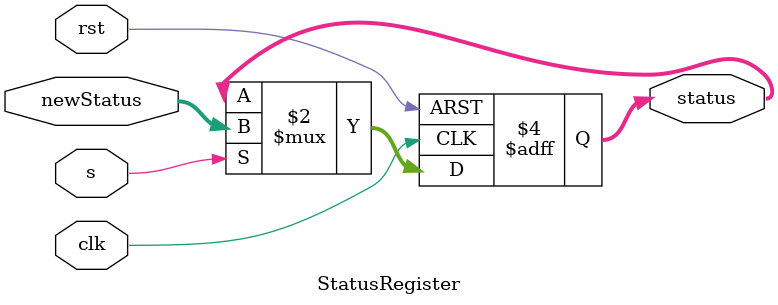
<source format=v>
module StatusRegister(input [3:0] newStatus,input s,clk,rst,output reg [3:0] status);
  //initial begin status=4'b0; end
  always@(negedge clk,posedge rst)begin
	  if(rst) status<=4'b0000;
    else if(s) status<=newStatus;
  end
endmodule
</source>
